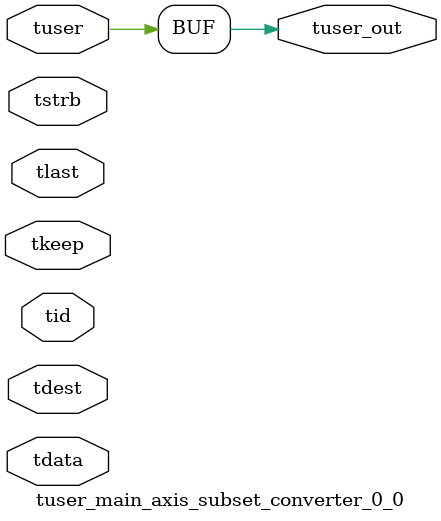
<source format=v>


`timescale 1ps/1ps

module tuser_main_axis_subset_converter_0_0 #
(
parameter C_S_AXIS_TUSER_WIDTH = 1,
parameter C_S_AXIS_TDATA_WIDTH = 32,
parameter C_S_AXIS_TID_WIDTH   = 0,
parameter C_S_AXIS_TDEST_WIDTH = 0,
parameter C_M_AXIS_TUSER_WIDTH = 1
)
(
input  [(C_S_AXIS_TUSER_WIDTH == 0 ? 1 : C_S_AXIS_TUSER_WIDTH)-1:0     ] tuser,
input  [(C_S_AXIS_TDATA_WIDTH == 0 ? 1 : C_S_AXIS_TDATA_WIDTH)-1:0     ] tdata,
input  [(C_S_AXIS_TID_WIDTH   == 0 ? 1 : C_S_AXIS_TID_WIDTH)-1:0       ] tid,
input  [(C_S_AXIS_TDEST_WIDTH == 0 ? 1 : C_S_AXIS_TDEST_WIDTH)-1:0     ] tdest,
input  [(C_S_AXIS_TDATA_WIDTH/8)-1:0 ] tkeep,
input  [(C_S_AXIS_TDATA_WIDTH/8)-1:0 ] tstrb,
input                                                                    tlast,
output [C_M_AXIS_TUSER_WIDTH-1:0] tuser_out
);

assign tuser_out = {tuser[0:0]};

endmodule


</source>
